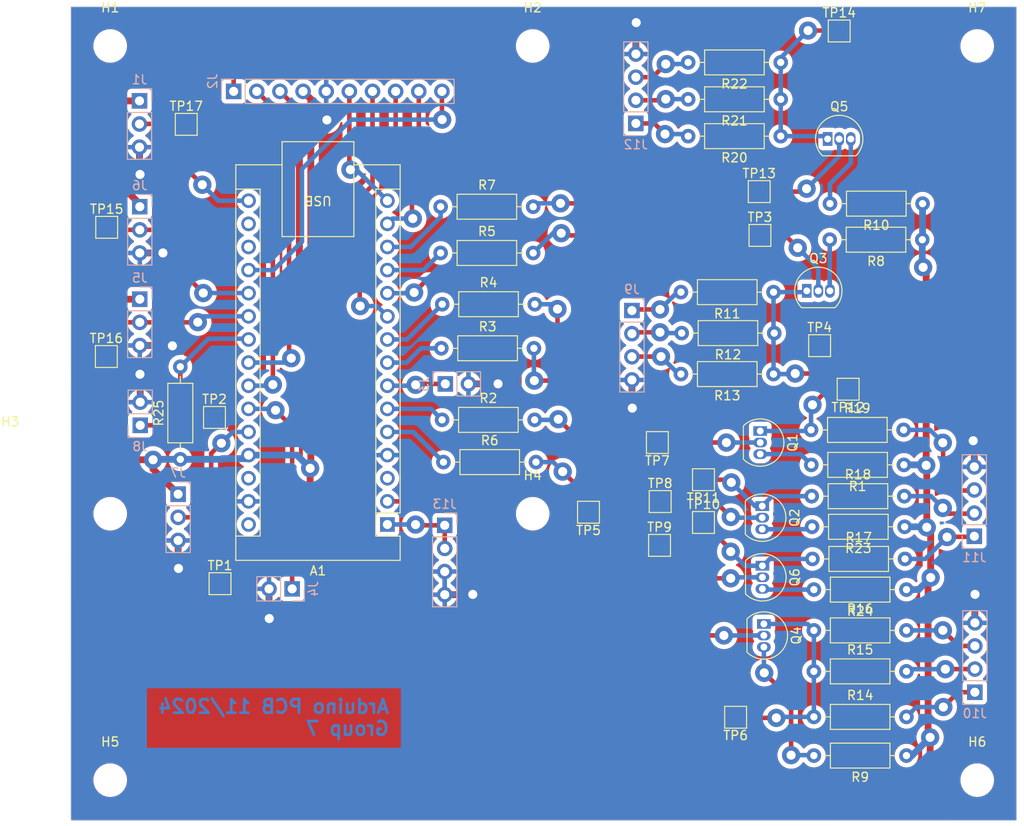
<source format=kicad_pcb>
(kicad_pcb (version 20240108) (generator "pcbnew") (generator_version "8.0")
  (layers (0 "F.Cu" signal) (31 "B.Cu" signal) (34 "B.Paste" user) (35 "F.Paste" user) (36 "B.SilkS" user "B.Silkscreen") (37 "F.SilkS" user "F.Silkscreen") (38 "B.Mask" user) (39 "F.Mask" user) (44 "Edge.Cuts" user))
  (net 0 "")
  (net 1 "Net-(A1-D4)")
  (net 2 "red led room 3")
  (net 3 "green led room 3")
  (net 4 "Net-(A1-A7)")
  (net 6 "Net-(A1-A2)")
  (net 7 "led room 2")
  (net 8 "led room 1")
  (net 10 "blue led room 3")
  (net 11 "+5V")
  (net 12 "control panel pot")
  (net 13 "lcd SCL")
  (net 14 "Net-(A1-A6)")
  (net 15 "Net-(A1-A3)")
  (net 16 "button sleep")
  (net 17 "Net-(A1-D13)")
  (net 18 "Net-(A1-D0)")
  (net 19 "button ok")
  (net 20 "Net-(A1-A1)")
  (net 21 "button up")
  (net 22 "GND")
  (net 24 "lcd SDA")
  (net 26 "button back")
  (net 27 "led door")
  (net 28 "button down")
  (net 29 "Net-(J9-Pin_1)")
  (net 30 "Net-(J9-Pin_3)")
  (net 31 "Net-(J9-Pin_2)")
  (net 32 "Net-(J10-Pin_2)")
  (net 33 "Net-(J10-Pin_1)")
  (net 34 "Net-(J10-Pin_3)")
  (net 35 "Net-(J11-Pin_1)")
  (net 36 "Net-(J11-Pin_2)")
  (net 37 "Net-(J11-Pin_3)")
  (net 38 "Net-(J12-Pin_1)")
  (net 39 "Net-(J12-Pin_3)")
  (net 40 "Net-(J12-Pin_2)")
  (net 41 "Net-(Q1-B)")
  (net 42 "Net-(Q1-C)")
  (net 43 "Net-(Q1-E)")
  (net 44 "Net-(Q2-B)")
  (net 45 "Net-(Q2-E)")
  (net 46 "Net-(Q2-C)")
  (net 47 "Net-(Q3-E)")
  (net 48 "Net-(Q3-C)")
  (net 49 "Net-(Q3-B)")
  (net 50 "Net-(Q4-C)")
  (net 51 "Net-(Q4-B)")
  (net 52 "Net-(Q4-E)")
  (net 53 "Net-(Q5-C)")
  (net 54 "Net-(Q5-B)")
  (net 55 "Net-(Q5-E)")
  (net 56 "Net-(Q6-C)")
  (net 57 "Net-(Q6-B)")
  (net 58 "Net-(Q6-E)")
  (footprint "TestPoint:TestPoint_Pad_2.0x2.0mm" (layer "F.Cu") (at 88.59 70.61 180)
    (property "Reference" "TP11")
    (property "Value" "TestPoint")
  )
  (footprint "TestPoint:TestPoint_Pad_2.0x2.0mm" (layer "F.Cu") (at 35.53 82.03)
    (property "Reference" "TP1")
    (property "Value" "TestPoint")
  )
  (footprint "Resistor_THT:R_Axial_DIN0207_L6.3mm_D2.5mm_P10.16mm_Horizontal" (layer "F.Cu") (at 100.71 91.66)
    (property "Reference" "R15")
    (property "Value" "450")
  )
  (footprint "MountingHole:MountingHole_3.2mm_M3" (layer "F.Cu") (at 23.473351 22.973351)
    (property "Reference" "H1")
    (property "Value" "MountingHole")
  )
  (footprint "Resistor_THT:R_Axial_DIN0207_L6.3mm_D2.5mm_P10.16mm_Horizontal" (layer "F.Cu") (at 100.4 65.14)
    (property "Reference" "R19")
    (property "Value" "220")
  )
  (footprint "Resistor_THT:R_Axial_DIN0207_L6.3mm_D2.5mm_P10.16mm_Horizontal" (layer "F.Cu") (at 112.61 44.25 180)
    (property "Reference" "R8")
    (property "Value" "80")
  )
  (footprint "Module:Arduino_Nano" (layer "F.Cu") (at 53.9 75.5275 180)
    (property "Reference" "A1")
    (property "Value" "Arduino_Nano_Every")
  )
  (footprint "Resistor_THT:R_Axial_DIN0207_L6.3mm_D2.5mm_P10.16mm_Horizontal" (layer "F.Cu") (at 59.74 45.7075)
    (property "Reference" "R5")
    (property "Value" "1k")
  )
  (footprint "TestPoint:TestPoint_Pad_2.0x2.0mm" (layer "F.Cu") (at 101.34 55.89)
    (property "Reference" "TP4")
    (property "Value" "TestPoint")
  )
  (footprint "Resistor_THT:R_Axial_DIN0207_L6.3mm_D2.5mm_P10.16mm_Horizontal" (layer "F.Cu") (at 112.64 40.29 180)
    (property "Reference" "R10")
    (property "Value" "80")
  )
  (footprint "Resistor_THT:R_Axial_DIN0207_L6.3mm_D2.5mm_P10.16mm_Horizontal" (layer "F.Cu") (at 100.71 96.66)
    (property "Reference" "R14")
    (property "Value" "650")
  )
  (footprint "Package_TO_SOT_THT:TO-92_Inline" (layer "F.Cu") (at 95.04 73.51 -90)
    (property "Reference" "Q2")
    (property "Value" "BC557")
  )
  (footprint "Resistor_THT:R_Axial_DIN0207_L6.3mm_D2.5mm_P10.16mm_Horizontal" (layer "F.Cu") (at 110.67 75.78 180)
    (property "Reference" "R23")
    (property "Value" "80")
  )
  (footprint "Resistor_THT:R_Axial_DIN0207_L6.3mm_D2.5mm_P10.16mm_Horizontal" (layer "F.Cu") (at 31.17 68.37 90)
    (property "Reference" "R25")
    (property "Value" "R")
  )
  (footprint "Package_TO_SOT_THT:TO-92_Inline" (layer "F.Cu") (at 102.22 33.19)
    (property "Reference" "Q5")
    (property "Value" "BC557")
  )
  (footprint "MountingHole:MountingHole_3.2mm_M3" (layer "F.Cu") (at 69.846649 74.346649)
    (property "Reference" "H4")
    (property "Value" "MountingHole")
  )
  (footprint "Package_TO_SOT_THT:TO-92_Inline" (layer "F.Cu") (at 99.93 49.87)
    (property "Reference" "Q3")
    (property "Value" "BC557")
  )
  (footprint "TestPoint:TestPoint_Pad_2.0x2.0mm" (layer "F.Cu") (at 34.92 63.77)
    (property "Reference" "TP2")
    (property "Value" "TestPoint")
  )
  (footprint "TestPoint:TestPoint_Pad_2.0x2.0mm" (layer "F.Cu") (at 94.79 43.78)
    (property "Reference" "TP3")
    (property "Value" "TestPoint")
  )
  (footprint "Resistor_THT:R_Axial_DIN0207_L6.3mm_D2.5mm_P10.16mm_Horizontal" (layer "F.Cu") (at 97.07 28.83 180)
    (property "Reference" "R21")
    (property "Value" "450")
  )
  (footprint "Resistor_THT:R_Axial_DIN0207_L6.3mm_D2.5mm_P10.16mm_Horizontal" (layer "F.Cu") (at 59.92 51.3375)
    (property "Reference" "R4")
    (property "Value" "82k")
  )
  (footprint "TestPoint:TestPoint_Pad_2.0x2.0mm" (layer "F.Cu") (at 83.53 66.53 180)
    (property "Reference" "TP7")
    (property "Value" "TestPoint")
  )
  (footprint "TestPoint:TestPoint_Pad_2.0x2.0mm" (layer "F.Cu") (at 31.82 31.58)
    (property "Reference" "TP17")
    (property "Value" "TestPoint")
  )
  (footprint "Resistor_THT:R_Axial_DIN0207_L6.3mm_D2.5mm_P10.16mm_Horizontal" (layer "F.Cu") (at 96.28 50.01 180)
    (property "Reference" "R11")
    (property "Value" "650")
  )
  (footprint "TestPoint:TestPoint_Pad_2.0x2.0mm" (layer "F.Cu") (at 23.05 57.08)
    (property "Reference" "TP16")
    (property "Value" "TestPoint")
  )
  (footprint "Resistor_THT:R_Axial_DIN0207_L6.3mm_D2.5mm_P10.16mm_Horizontal" (layer "F.Cu") (at 97.07 24.78 180)
    (property "Reference" "R22")
    (property "Value" "450")
  )
  (footprint "TestPoint:TestPoint_Pad_2.0x2.0mm" (layer "F.Cu") (at 75.97 74.18 180)
    (property "Reference" "TP5")
    (property "Value" "TestPoint")
  )
  (footprint "Resistor_THT:R_Axial_DIN0207_L6.3mm_D2.5mm_P10.16mm_Horizontal" (layer "F.Cu") (at 59.74 40.6275)
    (property "Reference" "R7")
    (property "Value" "1k")
  )
  (footprint "Resistor_THT:R_Axial_DIN0207_L6.3mm_D2.5mm_P10.16mm_Horizontal" (layer "F.Cu") (at 110.59 68.98 180)
    (property "Reference" "R1")
    (property "Value" "80")
  )
  (footprint "Package_TO_SOT_THT:TO-92_Inline" (layer "F.Cu") (at 94.82 65.26 -90)
    (property "Reference" "Q1")
    (property "Value" "BC557")
  )
  (footprint "MountingHole:MountingHole_3.2mm_M3" (layer "F.Cu") (at 118.636649 103.606649)
    (property "Reference" "H6")
    (property "Value" "MountingHole")
  )
  (footprint "Resistor_THT:R_Axial_DIN0207_L6.3mm_D2.5mm_P10.16mm_Horizontal" (layer "F.Cu") (at 59.9 64.0375)
    (property "Reference" "R2")
    (property "Value" "82k")
  )
  (footprint "Resistor_THT:R_Axial_DIN0207_L6.3mm_D2.5mm_P10.16mm_Horizontal" (layer "F.Cu") (at 100.47 72.42)
    (property "Reference" "R18")
    (property "Value" "220")
  )
  (footprint "Resistor_THT:R_Axial_DIN0207_L6.3mm_D2.5mm_P10.16mm_Horizontal" (layer "F.Cu") (at 97.07 32.88 180)
    (property "Reference" "R20")
    (property "Value" "650")
  )
  (footprint "Resistor_THT:R_Axial_DIN0207_L6.3mm_D2.5mm_P10.16mm_Horizontal" (layer "F.Cu") (at 60.05 68.6775)
    (property "Reference" "R6")
    (property "Value" "1k")
  )
  (footprint "TestPoint:TestPoint_Pad_2.0x2.0mm" (layer "F.Cu") (at 88.59 75.31)
    (property "Reference" "TP10")
    (property "Value" "TestPoint")
  )
  (footprint "Package_TO_SOT_THT:TO-92_Inline" (layer "F.Cu") (at 95.22 86.45 -90)
    (property "Reference" "Q4")
    (property "Value" "BC557")
  )
  (footprint "Resistor_THT:R_Axial_DIN0207_L6.3mm_D2.5mm_P10.16mm_Horizontal" (layer "F.Cu") (at 96.28 59.01 180)
    (property "Reference" "R13")
    (property "Value" "450")
  )
  (footprint "MountingHole:MountingHole_3.2mm_M3" (layer "F.Cu") (at 118.636649 22.973351)
    (property "Reference" "H7")
    (property "Value" "MountingHole")
  )
  (footprint "Resistor_THT:R_Axial_DIN0207_L6.3mm_D2.5mm_P10.16mm_Horizontal" (layer "F.Cu") (at 59.82 56.1775)
    (property "Reference" "R3")
    (property "Value" "82k")
  )
  (footprint "TestPoint:TestPoint_Pad_2.0x2.0mm" (layer "F.Cu") (at 92.12 96.7 180)
    (property "Reference" "TP6")
    (property "Value" "TestPoint")
  )
  (footprint "MountingHole:MountingHole_3.2mm_M3" (layer "F.Cu") (at 23.473351 74.346648)
    (property "Reference" "H3")
    (property "Value" "MountingHole")
  )
  (footprint "TestPoint:TestPoint_Pad_2.0x2.0mm" (layer "F.Cu") (at 83.84 73.01)
    (property "Reference" "TP8")
    (property "Value" "TestPoint")
  )
  (footprint "Package_TO_SOT_THT:TO-92_Inline" (layer "F.Cu") (at 95.06 80.06 -90)
    (property "Reference" "Q6")
    (property "Value" "BC557")
  )
  (footprint "MountingHole:MountingHole_3.2mm_M3" (layer "F.Cu") (at 69.846649 22.973351)
    (property "Reference" "H2")
    (property "Value" "MountingHole")
  )
  (footprint "MountingHole:MountingHole_3.2mm_M3" (layer "F.Cu") (at 23.473351 103.606649)
    (property "Reference" "H5")
    (property "Value" "MountingHole")
  )
  (footprint "TestPoint:TestPoint_Pad_2.0x2.0mm" (layer "F.Cu") (at 83.77 77.82)
    (property "Reference" "TP9")
    (property "Value" "TestPoint")
  )
  (footprint "TestPoint:TestPoint_Pad_2.0x2.0mm" (layer "F.Cu") (at 104.47 60.67 180)
    (property "Reference" "TP12")
    (property "Value" "TestPoint")
  )
  (footprint "Resistor_THT:R_Axial_DIN0207_L6.3mm_D2.5mm_P10.16mm_Horizontal" (layer "F.Cu") (at 110.87 100.91 180)
    (property "Reference" "R9")
    (property "Value" "80")
  )
  (footprint "TestPoint:TestPoint_Pad_2.0x2.0mm" (layer "F.Cu") (at 103.49 21.33)
    (property "Reference" "TP14")
    (property "Value" "TestPoint")
  )
  (footprint "TestPoint:TestPoint_Pad_2.0x2.0mm" (layer "F.Cu") (at 23.09 42.89)
    (property "Reference" "TP15")
    (property "Value" "TestPoint")
  )
  (footprint "TestPoint:TestPoint_Pad_2.0x2.0mm" (layer "F.Cu") (at 94.71 38.97)
    (property "Reference" "TP13")
    (property "Value" "TestPoint")
  )
  (footprint "Resistor_THT:R_Axial_DIN0207_L6.3mm_D2.5mm_P10.16mm_Horizontal" (layer "F.Cu") (at 100.55 79.31)
    (property "Reference" "R17")
    (property "Value" "330")
  )
  (footprint "Resistor_THT:R_Axial_DIN0207_L6.3mm_D2.5mm_P10.16mm_Horizontal" (layer "F.Cu") (at 96.36 54.51 180)
    (property "Reference" "R12")
    (property "Value" "450")
  )
  (footprint "Resistor_THT:R_Axial_DIN0207_L6.3mm_D2.5mm_P10.16mm_Horizontal" (layer "F.Cu") (at 110.87 82.68 180)
    (property "Reference" "R24")
    (property "Value" "80")
  )
  (footprint "Resistor_THT:R_Axial_DIN0207_L6.3mm_D2.5mm_P10.16mm_Horizontal" (layer "F.Cu") (at 100.71 87.16)
    (property "Reference" "R16")
    (property "Value" "450")
  )
  (footprint "Connector_PinHeader_2.54mm:PinHeader_1x04_P2.54mm_Vertical" (layer "B.Cu") (at 118.32 76.82)
    (property "Reference" "J11")
    (property "Value" "LED_Room_3")
  )
  (footprint "Connector_PinHeader_2.54mm:PinHeader_1x04_P2.54mm_Vertical" (layer "B.Cu") (at 60.19 75.6175 180)
    (property "Reference" "J13")
    (property "Value" "Buttons_Room_2")
  )
  (footprint "Connector_PinHeader_2.54mm:PinHeader_1x03_P2.54mm_Vertical" (layer "B.Cu") (at 30.93 72.2 180)
    (property "Reference" "J7")
    (property "Value" "Pot_Room_3.2")
  )
  (footprint "Connector_PinHeader_2.54mm:PinHeader_1x04_P2.54mm_Vertical" (layer "B.Cu") (at 118.38 93.95)
    (property "Reference" "J10")
    (property "Value" "LED_Room_2")
  )
  (footprint "Connector_PinHeader_2.54mm:PinHeader_1x04_P2.54mm_Vertical" (layer "B.Cu") (at 81.17 31.48)
    (property "Reference" "J12")
    (property "Value" "LED_DOOR")
  )
  (footprint "Connector_PinHeader_2.54mm:PinHeader_1x10_P2.54mm_Vertical" (layer "B.Cu") (at 37.025 27.96 -90)
    (property "Reference" "J2")
    (property "Value" "Control_Panel")
  )
  (footprint "Connector_PinHeader_2.54mm:PinHeader_1x02_P2.54mm_Vertical" (layer "B.Cu") (at 60.255 60.0875 -90)
    (property "Reference" "J3")
    (property "Value" "Buttons_Room_3")
  )
  (footprint "Connector_PinHeader_2.54mm:PinHeader_1x03_P2.54mm_Vertical" (layer "B.Cu") (at 26.72 50.7875 180)
    (property "Reference" "J5")
    (property "Value" "Pot_Room_3.1")
  )
  (footprint "Connector_PinHeader_2.54mm:PinHeader_1x02_P2.54mm_Vertical" (layer "B.Cu") (at 26.77 64.635)
    (property "Reference" "J8")
    (property "Value" "LDR_Door")
  )
  (footprint "Connector_PinHeader_2.54mm:PinHeader_1x02_P2.54mm_Vertical" (layer "B.Cu") (at 43.445 82.5975 90)
    (property "Reference" "J4")
    (property "Value" "Buttons_Room_1")
  )
  (footprint "Connector_PinHeader_2.54mm:PinHeader_1x03_P2.54mm_Vertical" (layer "B.Cu") (at 26.69 29.005 180)
    (property "Reference" "J1")
    (property "Value" "PIR_sensor")
  )
  (footprint "Connector_PinHeader_2.54mm:PinHeader_1x03_P2.54mm_Vertical" (layer "B.Cu") (at 26.72 40.6275 180)
    (property "Reference" "J6")
    (property "Value" "Pot_Room_1")
  )
  (footprint "Connector_PinHeader_2.54mm:PinHeader_1x04_P2.54mm_Vertical" (layer "B.Cu") (at 80.74 52.03 180)
    (property "Reference" "J9")
    (property "Value" "LED_Room_1")
  )
  (gr_rect (start 19.16 18.66) (end 122.95 108.03) (stroke (width 0.05)) (fill none) (layer "Edge.Cuts"))
  (gr_text "7" (at 82.7 64.34 0) (layer "F.Cu") (effects (font (size 1.5 1.5) (thickness 0.3) (bold yes)) (justify left bottom)))
  (gr_text "11" (at 86.99 69.06 0) (layer "F.Cu") (effects (font (size 1.5 1.5) (thickness 0.3) (bold yes)) (justify left bottom)))
  (gr_text "8" (at 82.94 71.07 0) (layer "F.Cu") (effects (font (size 1.5 1.5) (thickness 0.3) (bold yes)) (justify left bottom)))
  (gr_text "5V" (at 43.2 25.97 0) (layer "F.Cu") (effects (font (size 1.2 1.2) (thickness 0.3) (bold yes)) (justify left bottom)))
  (gr_text "10" (at 86.96 78.8 0) (layer "F.Cu") (effects (font (size 1.5 1.5) (thickness 0.3) (bold yes)) (justify left bottom)))
  (gr_text "3" (at 94.04 47.58 0) (layer "F.Cu") (effects (font (size 1.5 1.5) (thickness 0.3) (bold yes)) (justify left bottom)))
  (gr_text "14" (at 105.01 22.22 0) (layer "F.Cu") (effects (font (size 1.5 1.5) (thickness 0.3) (bold yes)) (justify left bottom)))
  (gr_text "15" (at 21.43 40.93 0) (layer "F.Cu") (effects (font (size 1.5 1.5) (thickness 0.3) (bold yes)) (justify left bottom)))
  (gr_text "5" (at 75.22 78.64 0) (layer "F.Cu") (effects (font (size 1.5 1.5) (thickness 0.3) (bold yes)) (justify left bottom)))
  (gr_text "4" (at 103.03 56.84 0) (layer "F.Cu") (effects (font (size 1.5 1.5) (thickness 0.3) (bold yes)) (justify left bottom)))
  (gr_text "17" (at 30.32 29.6 0) (layer "F.Cu") (effects (font (size 1.5 1.5) (thickness 0.3) (bold yes)) (justify left bottom)))
  (gr_text "Semester Project Smarthome" (at 28.35 104.87 0) (layer "F.Cu") (effects (font (size 1.5 1.5) (thickness 0.3) (bold yes)) (justify left bottom)))
  (gr_text "1" (at 32.06 83.26 0) (layer "F.Cu") (effects (font (size 1.5 1.5) (thickness 0.3) (bold yes)) (justify left bottom)))
  (gr_text "16" (at 21.34 60.77 0) (layer "F.Cu") (effects (font (size 1.5 1.5) (thickness 0.3) (bold yes)) (justify left bottom)))
  (gr_text "6" (at 91.16 100.78 0) (layer "F.Cu") (effects (font (size 1.5 1.5) (thickness 0.3) (bold yes)) (justify left bottom)))
  (gr_text "2" (at 34.11 61.74 0) (layer "F.Cu") (effects (font (size 1.5 1.5) (thickness 0.3) (bold yes)) (justify left bottom)))
  (gr_text "GND" (at 45.42 26.01 0) (layer "F.Cu") (effects (font (size 1.2 1.2) (thickness 0.3) (bold yes)) (justify left bottom)))
  (gr_text "9" (at 82.94 81.56 0) (layer "F.Cu") (effects (font (size 1.5 1.5) (thickness 0.3) (bold yes)) (justify left bottom)))
  (gr_text "12" (at 106.12 61.57 0) (layer "F.Cu") (effects (font (size 1.5 1.5) (thickness 0.3) (bold yes)) (justify left bottom)))
  (gr_text "13" (at 93.08 36.9 0) (layer "F.Cu") (effects (font (size 1.5 1.5) (thickness 0.3) (bold yes)) (justify left bottom)))
  (gr_text_box "Arduino PCB 11/2024\nGroup 7" (start 27.505 93.52) (end 55.375 100.05) (layer "B.Cu") (effects (font (size 1.5 1.5) (thickness 0.3) (bold yes)) (justify left top mirror)) (border no) (stroke (width 0.2)))
  (segment (start 57.1 60.0875) (end 57 60.1875) (width 0.5) (layer "F.Cu") (net 1))
  (segment (start 60.155 60.1875) (end 60.255 60.0875) (width 0.5) (layer "F.Cu") (net 1))
  (segment (start 60.255 60.0875) (end 57.1 60.0875) (width 0.5) (layer "F.Cu") (net 1))
  (via (at 57 60.1875) (size 2) (drill 1) (layers "F.Cu" "B.Cu") (net 1))
  (segment (start 56.9 60.2875) (end 57 60.1875) (width 0.5) (layer "B.Cu") (net 1))
  (segment (start 54.095 60.0925) (end 53.9 60.2875) (width 0.2) (layer "B.Cu") (net 1))
  (segment (start 53.9 60.2875) (end 56.9 60.2875) (width 0.5) (layer "B.Cu") (net 1))
  (segment (start 58.69 62.8275) (end 59.9 64.0375) (width 0.5) (layer "B.Cu") (net 2))
  (segment (start 53.9 62.8275) (end 58.69 62.8275) (width 0.5) (layer "B.Cu") (net 2))
  (segment (start 53.9 57.7475) (end 56.01 57.7475) (width 0.5) (layer "B.Cu") (net 3))
  (segment (start 57.58 56.1775) (end 59.82 56.1775) (width 0.5) (layer "B.Cu") (net 3))
  (segment (start 56.01 57.7475) (end 57.58 56.1775) (width 0.5) (layer "B.Cu") (net 3))
  (segment (start 32.62 74.74) (end 30.93 74.74) (width 0.5) (layer "F.Cu") (net 4))
  (segment (start 35.68 66.6) (end 34.56 67.72) (width 0.5) (layer "F.Cu") (net 4))
  (segment (start 34.56 67.72) (end 34.56 72.8) (width 0.5) (layer "F.Cu") (net 4))
  (segment (start 34.56 72.8) (end 33.655 73.705) (width 0.5) (layer "F.Cu") (net 4))
  (segment (start 33.655 73.705) (end 32.62 74.74) (width 0.5) (layer "F.Cu") (net 4))
  (segment (start 35.53 75.58) (end 33.655 73.705) (width 0.5) (layer "F.Cu") (net 4))
  (segment (start 35.53 82.03) (end 35.53 75.58) (width 0.5) (layer "F.Cu") (net 4))
  (via (at 35.68 66.6) (size 2) (drill 1) (layers "F.Cu" "B.Cu") (net 4))
  (segment (start 36.9125 65.3675) (end 35.68 66.6) (width 0.5) (layer "B.Cu") (net 4))
  (segment (start 38.66 65.3675) (end 36.9125 65.3675) (width 0.5) (layer "B.Cu") (net 4))
  (segment (start 23.05 57.08) (end 23.05 53.71) (width 0.5) (layer "F.Cu") (net 6))
  (segment (start 23.4325 53.3275) (end 26.72 53.3275) (width 0.5) (layer "F.Cu") (net 6))
  (segment (start 33.07 53.3275) (end 33.09 53.3075) (width 0.5) (layer "F.Cu") (net 6))
  (segment (start 23.05 53.71) (end 23.4325 53.3275) (width 0.5) (layer "F.Cu") (net 6))
  (segment (start 26.72 53.3275) (end 33.07 53.3275) (width 0.5) (layer "F.Cu") (net 6))
  (via (at 33.09 53.3075) (size 2) (drill 1) (layers "F.Cu" "B.Cu") (net 6))
  (segment (start 33.73 52.6675) (end 38.66 52.6675) (width 0.5) (layer "B.Cu") (net 6))
  (segment (start 33.09 53.3075) (end 33.73 52.6675) (width 0.5) (layer "B.Cu") (net 6))
  (segment (start 53.9 65.3675) (end 56.74 65.3675) (width 0.5) (layer "B.Cu") (net 7))
  (segment (start 56.74 65.3675) (end 60.05 68.6775) (width 0.5) (layer "B.Cu") (net 7))
  (segment (start 53.9 47.5875) (end 57.86 47.5875) (width 0.5) (layer "B.Cu") (net 8))
  (segment (start 57.86 47.5875) (end 59.74 45.7075) (width 0.5) (layer "B.Cu") (net 8))
  (segment (start 53.9 55.2075) (end 56.05 55.2075) (width 0.5) (layer "B.Cu") (net 10))
  (segment (start 56.05 55.2075) (end 59.92 51.3375) (width 0.5) (layer "B.Cu") (net 10))
  (segment (start 113.47 98.91) (end 113.245 98.685) (width 0.75) (layer "F.Cu") (net 11))
  (segment (start 113.04 47.62) (end 112.7 47.28) (width 0.75) (layer "F.Cu") (net 11))
  (segment (start 23.33 36.94) (end 22.33 36.94) (width 0.75) (layer "F.Cu") (net 11))
  (segment (start 24.53 29.005) (end 26.69 29.005) (width 0.75) (layer "F.Cu") (net 11))
  (segment (start 44.645 27.96) (end 45.495 28.81) (width 0.75) (layer "F.Cu") (net 11))
  (segment (start 28.18 68.42) (end 28.18 69.45) (width 0.75) (layer "F.Cu") (net 11))
  (segment (start 28.18 69.45) (end 30.93 72.2) (width 0.75) (layer "F.Cu") (net 11))
  (segment (start 113.53 76.27) (end 113.1 75.84) (width 0.75) (layer "F.Cu") (net 11))
  (segment (start 113.245 81.645) (end 113.53 81.36) (width 0.75) (layer "F.Cu") (net 11))
  (segment (start 26.72 40.33) (end 23.5375 37.1475) (width 0.75) (layer "F.Cu") (net 11))
  (segment (start 20.48 38.79) (end 20.48 50.78) (width 0.75) (layer "F.Cu") (net 11))
  (segment (start 20.4875 50.7875) (end 20.48 50.78) (width 0.75) (layer "F.Cu") (net 11))
  (segment (start 23.5375 37.1475) (end 23.33 36.94) (width 0.75) (layer "F.Cu") (net 11))
  (segment (start 20.48 50.78) (end 20.48 52.35) (width 0.75) (layer "F.Cu") (net 11))
  (segment (start 56.5275 86.8675) (end 62.0475 86.8675) (width 0.75) (layer "F.Cu") (net 11))
  (segment (start 26.72 50.7875) (end 20.4875 50.7875) (width 0.75) (layer "F.Cu") (net 11))
  (segment (start 22.52 65.82) (end 22.52 63.98) (width 0.75) (layer "F.Cu") (net 11))
  (segment (start 20.48 52.35) (end 20.48 61.94) (width 0.75) (layer "F.Cu") (net 11))
  (segment (start 45.42 69.3575) (end 45.42 75.76) (width 0.75) (layer "F.Cu") (net 11))
  (segment (start 22.52 63.98) (end 21.9225 63.3825) (width 0.75) (layer "F.Cu") (net 11))
  (segment (start 23.33 36.94) (end 23.33 30.205) (width 0.75) (layer "F.Cu") (net 11))
  (segment (start 113.04 69.03) (end 113.04 47.62) (width 0.75) (layer "F.Cu") (net 11))
  (segment (start 62.0475 86.8675) (end 80.07 104.89) (width 0.75) (layer "F.Cu") (net 11))
  (segment (start 26.72 40.6275) (end 26.72 40.33) (width 0.75) (layer "F.Cu") (net 11))
  (segment (start 113.1 69.09) (end 113.04 69.03) (width 0.75) (layer "F.Cu") (net 11))
  (segment (start 113.245 98.685) (end 113.245 81.645) (width 0.75) (layer "F.Cu") (net 11))
  (segment (start 20.48 61.94) (end 21.9225 63.3825) (width 0.75) (layer "F.Cu") (net 11))
  (segment (start 113.47 103.61) (end 113.47 98.91) (width 0.75) (layer "F.Cu") (net 11))
  (segment (start 80.07 104.89) (end 112.19 104.89) (width 0.75) (layer "F.Cu") (net 11))
  (segment (start 45.495 28.81) (end 45.495 69.2825) (width 0.75) (layer "F.Cu") (net 11))
  (segment (start 22.33 36.94) (end 20.48 38.79) (width 0.75) (layer "F.Cu") (net 11))
  (segment (start 113.53 81.36) (end 113.53 76.27) (width 0.75) (layer "F.Cu") (net 11))
  (segment (start 28.18 68.42) (end 25.12 68.42) (width 0.75) (layer "F.Cu") (net 11))
  (segment (start 113.1 75.84) (end 113.1 69.09) (width 0.75) (layer "F.Cu") (net 11))
  (segment (start 45.495 69.2825) (end 45.42 69.3575) (width 0.75) (layer "F.Cu") (net 11))
  (segment (start 25.12 68.42) (end 22.52 65.82) (width 0.75) (layer "F.Cu") (net 11))
  (segment (start 23.33 30.205) (end 24.53 29.005) (width 0.75) (layer "F.Cu") (net 11))
  (segment (start 45.42 75.76) (end 56.5275 86.8675) (width 0.75) (layer "F.Cu") (net 11))
  (segment (start 112.19 104.89) (end 113.47 103.61) (width 0.75) (layer "F.Cu") (net 11))
  (via (at 45.42 69.3575) (size 2) (drill 1) (layers "F.Cu" "B.Cu") (net 11))
  (via (at 113.04 69.03) (size 2) (drill 1) (layers "F.Cu" "B.Cu") (net 11))
  (via (at 113.53 81.36) (size 2) (drill 1) (layers "F.Cu" "B.Cu") (net 11))
  (via (at 28.18 68.42) (size 2) (drill 1) (layers "F.Cu" "B.Cu") (net 11))
  (via (at 112.7 47.28) (size 2) (drill 1) (layers "F.Cu" "B.Cu") (net 11))
  (via (at 113.1 75.84) (size 2) (drill 1) (layers "F.Cu" "B.Cu") (net 11))
  (via (at 113.47 98.91) (size 2) (drill 1) (layers "F.Cu" "B.Cu") (net 11))
  (segment (start 112.99 68.98) (end 113.04 69.03) (width 0.75) (layer "B.Cu") (net 11))
  (segment (start 112.61 47.19) (end 112.7 47.28) (width 0.75) (layer "B.Cu") (net 11))
  (segment (start 38.27 68.2975) (end 38.66 67.9075) (width 0.75) (layer "B.Cu") (net 11))
  (segment (start 31.17 68.37) (end 28.23 68.37) (width 0.75) (layer "B.Cu") (net 11))
  (segment (start 111.47 100.91) (end 113.47 98.91) (width 0.75) (layer "B.Cu") (net 11))
  (segment (start 112.64 44.22) (end 112.61 44.25) (width 0.75) (layer "B.Cu") (net 11))
  (segment (start 28.23 68.37) (end 28.18 68.42) (width 0.75) (layer "B.Cu") (net 11))
  (segment (start 110.59 68.98) (end 112.99 68.98) (width 0.75) (layer "B.Cu") (net 11))
  (segment (start 110.87 100.91) (end 111.47 100.91) (width 0.75) (layer "B.Cu") (net 11))
  (segment (start 110.87 82.68) (end 112.21 82.68) (width 0.75) (layer "B.Cu") (net 11))
  (segment (start 113.04 75.78) (end 113.1 75.84) (width 0.75) (layer "B.Cu") (net 11))
  (segment (start 35.7075 68.37) (end 35.78 68.2975) (width 0.75) (layer "B.Cu") (net 11))
  (segment (start 43.97 67.9075) (end 45.42 69.3575) (width 0.75) (layer "B.Cu") (net 11))
  (segment (start 112.64 40.29) (end 112.64 44.22) (width 0.75) (layer "B.Cu") (net 11))
  (segment (start 110.67 75.78) (end 113.04 75.78) (width 0.75) (layer "B.Cu") (net 11))
  (segment (start 38.66 67.9075) (end 43.97 67.9075) (width 0.75) (layer "B.Cu") (net 11))
  (segment (start 112.61 44.25) (end 112.61 47.19) (width 0.75) (layer "B.Cu") (net 11))
  (segment (start 112.21 82.68) (end 113.53 81.36) (width 0.75) (layer "B.Cu") (net 11))
  (segment (start 35.78 68.2975) (end 38.27 68.2975) (width 0.75) (layer "B.Cu") (net 11))
  (segment (start 31.17 68.37) (end 35.7075 68.37) (width 0.75) (layer "B.Cu") (net 11))
  (segment (start 59.885 27.96) (end 59.885 31.035) (width 0.5) (layer "F.Cu") (net 12))
  (segment (start 59.885 31.035) (end 59.91 31.06) (width 0.5) (layer "F.Cu") (net 12))
  (via (at 59.91 31.06) (size 2) (drill 1) (layers "F.Cu" "B.Cu") (net 12))
  (segment (start 44.52 36.48) (end 44.52 44.46) (width 0.5) (layer "B.Cu") (net 12))
  (segment (start 41.3075 47.5875) (end 38.66 47.5875) (width 0.5) (layer "B.Cu") (net 12))
  (segment (start 59.91 31.06) (end 49.94 31.06) (width 0.5) (layer "B.Cu") (net 12))
  (segment (start 44.52 44.46) (end 41.35 47.63) (width 0.5) (layer "B.Cu") (net 12))
  (segment (start 49.94 31.06) (end 44.52 36.48) (width 0.5) (layer "B.Cu") (net 12))
  (segment (start 41.35 47.63) (end 41.3075 47.5875) (width 0.5) (layer "B.Cu") (net 12))
  (segment (start 41.33 29.725) (end 41.33 60.1675) (width 0.5) (layer "F.Cu") (net 13))
  (segment (start 39.565 27.96) (end 41.33 29.725) (width 0.5) (layer "F.Cu") (net 13))
  (via (at 41.33 60.1675) (size 2) (drill 1) (layers "F.Cu" "B.Cu") (net 13))
  (segment (start 38.66 60.2875) (end 41.21 60.2875) (width 0.5) (layer "B.Cu") (net 13))
  (segment (start 41.21 60.2875) (end 41.33 60.1675) (width 0.5) (layer "B.Cu") (net 13))
  (segment (start 41.62 62.9775) (end 43.445 64.8025) (width 0.5) (layer "F.Cu") (net 14))
  (segment (start 43.445 64.8025) (end 43.445 82.5975) (width 0.5) (layer "F.Cu") (net 14))
  (via (at 41.62 62.9775) (size 2) (drill 1) (layers "F.Cu" "B.Cu") (net 14))
  (segment (start 41.47 62.8275) (end 41.62 62.9775) (width 0.5) (layer "B.Cu") (net 14))
  (segment (start 38.66 62.8275) (end 41.47 62.8275) (width 0.5) (layer "B.Cu") (net 14))
  (segment (start 31.17 64.28) (end 31.2 64.31) (width 0.5) (layer "F.Cu") (net 15))
  (segment (start 31.2 64.31) (end 31.2 64.465) (width 0.5) (layer "F.Cu") (net 15))
  (segment (start 26.77 64.635) (end 31.03 64.635) (width 0.5) (layer "F.Cu") (net 15))
  (segment (start 31.03 64.635) (end 34.055 64.635) (width 0.5) (layer "F.Cu") (net 15))
  (segment (start 34.055 64.635) (end 34.92 63.77) (width 0.5) (layer "F.Cu") (net 15))
  (segment (start 31.2 64.465) (end 31.03 64.635) (width 0.5) (layer "F.Cu") (net 15))
  (segment (start 31.17 58.21) (end 31.17 64.28) (width 0.5) (layer "F.Cu") (net 15))
  (segment (start 38.58 55.1275) (end 38.66 55.2075) (width 0.5) (layer "B.Cu") (net 15))
  (segment (start 34.2525 55.1275) (end 35.15 55.1275) (width 0.5) (layer "B.Cu") (net 15))
  (segment (start 35.15 55.1275) (end 38.58 55.1275) (width 0.5) (layer "B.Cu") (net 15))
  (segment (start 31.17 58.21) (end 34.2525 55.1275) (width 0.5) (layer "B.Cu") (net 15))
  (segment (start 62.36 72.9875) (end 53.9 72.9875) (width 0.5) (layer "F.Cu") (net 16))
  (segment (start 68.38 66.9675) (end 62.36 72.9875) (width 0.5) (layer "F.Cu") (net 16))
  (segment (start 40.3925 21.7075) (end 61.735 21.7075) (width 0.5) (layer "F.Cu") (net 16))
  (segment (start 37.025 25.075) (end 40.3925 21.7075) (width 0.5) (layer "F.Cu") (net 16))
  (segment (start 37.025 27.96) (end 37.025 25.075) (width 0.5) (layer "F.Cu") (net 16))
  (segment (start 61.735 21.7075) (end 68.38 28.3525) (width 0.5) (layer "F.Cu") (net 16))
  (segment (start 68.38 28.3525) (end 68.38 66.9675) (width 0.5) (layer "F.Cu") (net 16))
  (segment (start 32.19 30.8575) (end 32.19 31.53) (width 0.5) (layer "F.Cu") (net 17))
  (segment (start 32.19 31.53) (end 26.705 31.53) (width 0.5) (layer "F.Cu") (net 17))
  (segment (start 31.82 36.4075) (end 31.82 31.58) (width 0.5) (layer "F.Cu") (net 17))
  (segment (start 26.705 31.53) (end 26.69 31.545) (width 0.5) (layer "F.Cu") (net 17))
  (segment (start 33.585 38.2125) (end 31.8 36.4275) (width 0.5) (layer "F.Cu") (net 17))
  (segment (start 31.8 36.4275) (end 31.82 36.4075) (width 0.5) (layer "F.Cu") (net 17))
  (via (at 33.585 38.2125) (size 2) (drill 1) (layers "F.Cu" "B.Cu") (net 17))
  (segment (start 33.585 38.2125) (end 35.34 39.9675) (width 0.5) (layer "B.Cu") (net 17))
  (segment (start 35.34 39.9675) (end 38.66 39.9675) (width 0.5) (layer "B.Cu") (net 17))
  (segment (start 60.19 75.6175) (end 57.07 75.6175) (width 0.5) (layer "F.Cu") (net 18))
  (segment (start 57.07 75.6175) (end 56.99 75.5375) (width 0.5) (layer "F.Cu") (net 18))
  (segment (start 54 75.5275) (end 53.9 75.5275) (width 0.2) (layer "F.Cu") (net 18))
  (segment (start 60.19 75.6175) (end 60.19 78.1575) (width 0.5) (layer "F.Cu") (net 18))
  (via (at 56.99 75.5375) (size 2) (drill 1) (layers "F.Cu" "B.Cu") (net 18))
  (segment (start 56.98 75.5275) (end 56.99 75.5375) (width 0.5) (layer "B.Cu") (net 18))
  (segment (start 53.91 75.5375) (end 53.9 75.5275) (width 0.5) (layer "B.Cu") (net 18))
  (segment (start 53.9 75.5275) (end 56.98 75.5275) (width 0.5) (layer "B.Cu") (net 18))
  (segment (start 56.59 41.83) (end 56.59 34.91) (width 0.5) (layer "F.Cu") (net 19))
  (segment (start 56.69 41.93) (end 56.59 41.83) (width 0.5) (layer "F.Cu") (net 19))
  (segment (start 54.805 33.125) (end 54.805 27.96) (width 0.5) (layer "F.Cu") (net 19))
  (segment (start 56.59 34.91) (end 54.805 33.125) (width 0.5) (layer "F.Cu") (net 19))
  (via (at 56.69 41.93) (size 2) (drill 1) (layers "F.Cu" "B.Cu") (net 19))
  (segment (start 56.69 41.93) (end 54.4775 41.93) (width 0.5) (layer "B.Cu") (net 19))
  (segment (start 54.4775 41.93) (end 53.9 42.5075) (width 0.5) (layer "B.Cu") (net 19))
  (segment (start 23.3675 43.1675) (end 26.72 43.1675) (width 0.5) (layer "F.Cu") (net 20))
  (segment (start 31.52 47.9375) (end 33.69 50.1075) (width 0.5) (layer "F.Cu") (net 20))
  (segment (start 26.72 43.1675) (end 30.24 43.1675) (width 0.5) (layer "F.Cu") (net 20))
  (segment (start 30.42 43.1675) (end 31.52 44.2675) (width 0.5) (layer "F.Cu") (net 20))
  (segment (start 31.52 44.2675) (end 31.52 47.9375) (width 0.5) (layer "F.Cu") (net 20))
  (segment (start 23.09 42.89) (end 23.3675 43.1675) (width 0.5) (layer "F.Cu") (net 20))
  (segment (start 30.24 43.1675) (end 30.42 43.1675) (width 0.5) (layer "F.Cu") (net 20))
  (via (at 33.69 50.1075) (size 2) (drill 1) (layers "F.Cu" "B.Cu") (net 20))
  (segment (start 33.69 50.1075) (end 38.64 50.1075) (width 0.5) (layer "B.Cu") (net 20))
  (segment (start 38.64 50.1075) (end 38.66 50.1275) (width 0.5) (layer "B.Cu") (net 20))
  (segment (start 52.265 38.275) (end 50.86 39.68) (width 0.5) (layer "F.Cu") (net 21))
  (segment (start 50.86 51.49) (end 50.91 51.54) (width 0.5) (layer "F.Cu") (net 21))
  (segment (start 50.86 39.68) (end 50.86 51.49) (width 0.5) (layer "F.Cu") (net 21))
  (segment (start 52.265 27.96) (end 52.265 38.275) (width 0.5) (layer "F.Cu") (net 21))
  (via (at 50.91 51.54) (size 2) (drill 1) (layers "F.Cu" "B.Cu") (net 21))
  (segment (start 50.91 51.54) (end 52.7725 51.54) (width 0.5) (layer "B.Cu") (net 21))
  (segment (start 52.7725 51.54) (end 53.9 52.6675) (width 0.5) (layer "B.Cu") (net 21))
  (segment (start 118.32 69.2) (end 118.32 66.45) (width 0.75) (layer "F.Cu") (net 22))
  (segment (start 118.38 86.33) (end 118.38 83.22) (width 0.75) (layer "F.Cu") (net 22))
  (segment (start 26.77 62.095) (end 26.77 59.06) (width 0.75) (layer "F.Cu") (net 22))
  (segment (start 81.17 20.45) (end 81.21 20.41) (width 0.75) (layer "F.Cu") (net 22))
  (segment (start 60.19 80.6975) (end 60.19 83.2375) (width 0.5) (layer "F.Cu") (net 22))
  (segment (start 118.32 66.45) (end 118.2 66.33) (width 0.75) (layer "F.Cu") (net 22))
  (segment (start 40.905 85.8325) (end 40.93 85.8575) (width 0.75) (layer "F.Cu") (net 22))
  (segment (start 30.93 77.28) (end 30.93 80.32) (width 0.75) (layer "F.Cu") (net 22))
  (segment (start 63.24 83.2375) (end 63.27 83.2075) (width 0.75) (layer "F.Cu") (net 22))
  (segment (start 80.74 62.71) (end 80.78 62.75) (width 0.75) (layer "F.Cu") (net 22))
  (segment (start 30.26 55.8675) (end 30.3 55.9075) (width 0.75) (layer "F.Cu") (net 22))
  (segment (start 26.69 37.025) (end 26.75 37.085) (width 0.75) (layer "F.Cu") (net 22))
  (segment (start 80.74 59.65) (end 80.74 62.71) (width 0.75) (layer "F.Cu") (net 22))
  (segment (start 62.8 60.0825) (end 62.795 60.0875) (width 0.2) (layer "F.Cu") (net 22))
  (segment (start 118.38 83.22) (end 118.4 83.2) (width 0.75) (layer "F.Cu") (net 22))
  (segment (start 26.77 59.06) (end 26.74 59.03) (width 0.75) (layer "F.Cu") (net 22))
  (segment (start 26.72 45.7075) (end 29.26 45.7075) (width 0.75) (layer "F.Cu") (net 22))
  (segment (start 26.72 55.8675) (end 30.26 55.8675) (width 0.75) (layer "F.Cu") (net 22))
  (segment (start 26.69 34.085) (end 26.69 37.025) (width 0.75) (layer "F.Cu") (net 22))
  (segment (start 47.185 27.96) (end 47.185 31.025) (width 0.5) (layer "F.Cu") (net 22))
  (segment (start 62.795 60.0875) (end 66.04 60.0875) (width 0.75) (layer "F.Cu") (net 22))
  (segment (start 40.905 82.5975) (end 40.905 85.8325) (width 0.75) (layer "F.Cu") (net 22))
  (segment (start 66.04 60.0875) (end 66.045 60.0825) (width 0.75) (layer "F.Cu") (net 22))
  (segment (start 47.185 31.025) (end 47.26 31.1) (width 0.5) (layer "F.Cu") (net 22))
  (segment (start 60.19 83.2375) (end 63.24 83.2375) (width 0.75) (layer "F.Cu") (net 22))
  (segment (start 30.93 80.32) (end 30.97 80.36) (width 0.75) (layer "F.Cu") (net 22))
  (segment (start 81.17 23.86) (end 81.17 20.45) (width 0.75) (layer "F.Cu") (net 22))
  (via (at 30.97 80.36) (size 2) (drill 1) (layers "F.Cu" "B.Cu") (net 22))
  (via (at 40.93 85.8575) (size 2) (drill 1) (layers "F.Cu" "B.Cu") (net 22))
  (via (at 47.26 31.1) (size 2) (drill 1) (layers "F.Cu" "B.Cu") (net 22))
  (via (at 66.045 60.0825) (size 2) (drill 1) (layers "F.Cu" "B.Cu") (net 22))
  (via (at 30.3 55.9075) (size 2) (drill 1) (layers "F.Cu" "B.Cu") (net 22))
  (via (at 26.75 37.085) (size 2) (drill 1) (layers "F.Cu" "B.Cu") (net 22))
  (via (at 29.26 45.7075) (size 2) (drill 1) (layers "F.Cu" "B.Cu") (net 22))
  (via (at 26.74 59.03) (size 2) (drill 1) (layers "F.Cu" "B.Cu") (net 22))
  (via (at 63.27 83.2075) (size 2) (drill 1) (layers "F.Cu" "B.Cu") (net 22))
  (via (at 81.21 20.41) (size 2) (drill 1) (layers "F.Cu" "B.Cu") (net 22))
  (via (at 118.2 66.33) (size 2) (drill 1) (layers "F.Cu" "B.Cu") (net 22))
  (via (at 118.4 83.2) (size 2) (drill 1) (layers "F.Cu" "B.Cu") (net 22))
  (via (at 80.78 62.75) (size 2) (drill 1) (layers "F.Cu" "B.Cu") (net 22))
  (segment (start 43.11 57.0275) (end 43.35 57.2675) (width 0.5) (layer "F.Cu") (net 24))
  (segment (start 42.105 27.96) (end 43.11 28.965) (width 0.5) (layer "F.Cu") (net 24))
  (segment (start 43.11 28.965) (end 43.11 57.0275) (width 0.5) (layer "F.Cu") (net 24))
  (via (at 43.35 57.2675) (size 2) (drill 1) (layers "F.Cu" "B.Cu") (net 24))
  (segment (start 38.66 57.7475) (end 42.87 57.7475) (width 0.5) (layer "B.Cu") (net 24))
  (segment (start 42.87 57.7475) (end 43.35 57.2675) (width 0.5) (layer "B.Cu") (net 24))
  (segment (start 49.725 36.445) (end 49.84 36.56) (width 0.5) (layer "F.Cu") (net 26))
  (segment (start 49.725 27.96) (end 49.725 36.445) (width 0.5) (layer "F.Cu") (net 26))
  (via (at 49.84 36.56) (size 2) (drill 1) (layers "F.Cu" "B.Cu") (net 26))
  (segment (start 53.91 39.9575) (end 53.9 39.9675) (width 0.5) (layer "B.Cu") (net 26))
  (segment (start 49.84 36.56) (end 50.4925 36.56) (width 0.5) (layer "B.Cu") (net 26))
  (segment (start 50.4925 36.56) (end 53.9 39.9675) (width 0.5) (layer "B.Cu") (net 26))
  (segment (start 56.45137 45.0475) (end 59.74 41.75887) (width 0.5) (layer "B.Cu") (net 27))
  (segment (start 59.74 41.75887) (end 59.74 40.6275) (width 0.5) (layer "B.Cu") (net 27))
  (segment (start 53.9 45.0475) (end 56.45137 45.0475) (width 0.5) (layer "B.Cu") (net 27))
  (segment (start 58.2975 48.58) (end 56.83 50.0475) (width 0.5) (layer "F.Cu") (net 28))
  (segment (start 57.345 31.835) (end 63.04 37.53) (width 0.5) (layer "F.Cu") (net 28))
  (segment (start 62.42 48.58) (end 58.2975 48.58) (width 0.5) (layer "F.Cu") (net 28))
  (segment (start 63.04 37.53) (end 63.04 47.96) (width 0.5) (layer "F.Cu") (net 28))
  (segment (start 57.345 27.96) (end 57.345 31.835) (width 0.5) (layer "F.Cu") (net 28))
  (segment (start 63.04 47.96) (end 62.42 48.58) (width 0.5) (layer "F.Cu") (net 28))
  (via (at 56.83 50.0475) (size 2) (drill 1) (layers "F.Cu" "B.Cu") (net 28))
  (segment (start 53.9 50.1275) (end 56.75 50.1275) (width 0.5) (layer "B.Cu") (net 28))
  (segment (start 56.75 50.1275) (end 56.83 50.0475) (width 0.5) (layer "B.Cu") (net 28))
  (segment (start 80.74 52.03) (end 81.65 52.03) (width 0.2) (layer "F.Cu") (net 29))
  (segment (start 83.82 51.91) (end 80.86 51.91) (width 0.5) (layer "F.Cu") (net 29))
  (via (at 83.82 51.91) (size 2) (drill 1) (layers "F.Cu" "B.Cu") (net 29))
  (segment (start 86.12 50.01) (end 85.72 50.01) (width 0.5) (layer "B.Cu") (net 29))
  (segment (start 85.72 50.01) (end 83.82 51.91) (width 0.5) (layer "B.Cu") (net 29))
  (segment (start 83.93 57.09) (end 80.76 57.09) (width 0.5) (layer "F.Cu") (net 30))
  (via (at 83.93 57.09) (size 2) (drill 1) (layers "F.Cu" "B.Cu") (net 30))
  (segment (start 86.12 59.01) (end 85.85 59.01) (width 0.5) (layer "B.Cu") (net 30))
  (segment (start 85.85 59.01) (end 83.93 57.09) (width 0.5) (layer "B.Cu") (net 30))
  (segment (start 83.82 54.42) (end 80.89 54.42) (width 0.5) (layer "F.Cu") (net 31))
  (via (at 83.82 54.42) (size 2) (drill 1) (layers "F.Cu" "B.Cu") (net 31))
  (segment (start 86.2 54.51) (end 83.91 54.51) (width 0.5) (layer "B.Cu") (net 31))
  (segment (start 83.91 54.51) (end 83.82 54.42) (width 0.5) (layer "B.Cu") (net 31))
  (segment (start 115.15 91.41) (end 115.14 91.42) (width 0.5) (layer "F.Cu") (net 32))
  (segment (start 118.38 91.41) (end 115.15 91.41) (width 0.5) (layer "F.Cu") (net 32))
  (via (at 115.14 91.42) (size 2) (drill 1) (layers "F.Cu" "B.Cu") (net 32))
  (segment (start 118.14 91.65) (end 118.38 91.41) (width 0.2) (layer "B.Cu") (net 32))
  (segment (start 115.14 91.42) (end 111.11 91.42) (width 0.5) (layer "B.Cu") (net 32))
  (segment (start 111.11 91.42) (end 110.87 91.66) (width 0.5) (layer "B.Cu") (net 32))
  (segment (start 118.38 93.95) (end 116.55 93.95) (width 0.5) (layer "F.Cu") (net 33))
  (segment (start 116.55 93.95) (end 114.92 95.58) (width 0.5) (layer "F.Cu") (net 33))
  (via (at 114.92 95.58) (size 2) (drill 1) (layers "F.Cu" "B.Cu") (net 33))
  (segment (start 114.92 95.58) (end 111.95 95.58) (width 0.5) (layer "B.Cu") (net 33))
  (segment (start 111.95 95.58) (end 110.87 96.66) (width 0.5) (layer "B.Cu") (net 33))
  (segment (start 118.38 88.87) (end 116.59 88.87) (width 0.5) (layer "F.Cu") (net 34))
  (segment (start 116.59 88.87) (end 114.87 87.15) (width 0.5) (layer "F.Cu") (net 34))
  (via (at 114.87 87.15) (size 2) (drill 1) (layers "F.Cu" "B.Cu") (net 34))
  (segment (start 114.87 87.15) (end 114.86 87.16) (width 0.5) (layer "B.Cu") (net 34))
  (segment (start 114.86 87.16) (end 110.87 87.16) (width 0.5) (layer "B.Cu") (net 34))
  (segment (start 118.26 76.88) (end 118.32 76.82) (width 0.5) (layer "F.Cu") (net 35))
  (segment (start 115.33 76.91) (end 115.36 76.88) (width 0.5) (layer "F.Cu") (net 35))
  (segment (start 115.36 76.88) (end 118.26 76.88) (width 0.5) (layer "F.Cu") (net 35))
  (via (at 115.33 76.91) (size 2) (drill 1) (layers "F.Cu" "B.Cu") (net 35))
  (segment (start 110.71 79.31) (end 112.93 79.31) (width 0.5) (layer "B.Cu") (net 35))
  (segment (start 112.93 79.31) (end 115.33 76.91) (width 0.5) (layer "B.Cu") (net 35))
  (segment (start 114.86 73.71) (end 115.49 74.34) (width 0.5) (layer "F.Cu") (net 36))
  (segment (start 118.26 74.34) (end 118.32 74.28) (width 0.5) (layer "F.Cu") (net 36))
  (segment (start 115.49 74.34) (end 118.26 74.34) (width 0.5) (layer "F.Cu") (net 36))
  (via (at 114.86 73.71) (size 2) (drill 1) (layers "F.Cu" "B.Cu") (net 36))
  (segment (start 110.63 72.42) (end 113.57 72.42) (width 0.5) (layer "B.Cu") (net 36))
  (segment (start 113.57 72.42) (end 114.86 73.71) (width 0.5) (layer "B.Cu") (net 36))
  (segment (start 114.9 66.59) (end 114.9 70.32) (width 0.5) (layer "F.Cu") (net 37))
  (segment (start 114.86 66.55) (end 114.9 66.59) (width 0.5) (layer "F.Cu") (net 37))
  (segment (start 114.9 70.32) (end 116.38 71.8) (width 0.5) (layer "F.Cu") (net 37))
  (segment (start 116.38 71.8) (end 118.26 71.8) (width 0.5) (layer "F.Cu") (net 37))
  (segment (start 118.26 71.8) (end 118.32 71.74) (width 0.5) (layer "F.Cu") (net 37))
  (via (at 114.86 66.55) (size 2) (drill 1) (layers "F.Cu" "B.Cu") (net 37))
  (segment (start 110.56 65.14) (end 113.45 65.14) (width 0.5) (layer "B.Cu") (net 37))
  (segment (start 113.45 65.14) (end 114.86 66.55) (width 0.5) (layer "B.Cu") (net 37))
  (segment (start 83.2 31.48) (end 84.37 32.65) (width 0.5) (layer "F.Cu") (net 38))
  (segment (start 81.17 31.48) (end 83.2 31.48) (width 0.5) (layer "F.Cu") (net 38))
  (via (at 84.37 32.65) (size 2) (drill 1) (layers "F.Cu" "B.Cu") (net 38))
  (segment (start 86.68 32.65) (end 86.91 32.88) (width 0.5) (layer "B.Cu") (net 38))
  (segment (start 84.37 32.65) (end 86.68 32.65) (width 0.5) (layer "B.Cu") (net 38))
  (segment (start 81.17 26.4) (end 83.01 26.4) (width 0.5) (layer "F.Cu") (net 39))
  (segment (start 83.01 26.4) (end 84.45 24.96) (width 0.5) (layer "F.Cu") (net 39))
  (via (at 84.45 24.96) (size 2) (drill 1) (layers "F.Cu" "B.Cu") (net 39))
  (segment (start 84.45 24.96) (end 86.73 24.96) (width 0.5) (layer "B.Cu") (net 39))
  (segment (start 86.73 24.96) (end 86.91 24.78) (width 0.5) (layer "B.Cu") (net 39))
  (segment (start 84.32 28.94) (end 84.45 28.81) (width 0.5) (layer "F.Cu") (net 40))
  (segment (start 81.17 28.94) (end 84.32 28.94) (width 0.5) (layer "F.Cu") (net 40))
  (via (at 84.45 28.81) (size 2) (drill 1) (layers "F.Cu" "B.Cu") (net 40))
  (segment (start 86.89 28.81) (end 86.91 28.83) (width 0.5) (layer "B.Cu") (net 40))
  (segment (start 84.45 28.81) (end 86.89 28.81) (width 0.5) (layer "B.Cu") (net 40))
  (segment (start 86.67 28.59) (end 86.91 28.83) (width 0.2) (layer "B.Cu") (net 40))
  (segment (start 72.57 57.68) (end 72.57 51.8675) (width 0.5) (layer "F.Cu") (net 41))
  (segment (start 81.42 66.53) (end 72.57 57.68) (width 0.5) (layer "F.Cu") (net 41))
  (segment (start 83.53 66.53) (end 81.42 66.53) (width 0.5) (layer "F.Cu") (net 41))
  (segment (start 83.53 66.53) (end 91.11 66.53) (width 0.5) (layer "F.Cu") (net 41))
  (via (at 91.11 66.53) (size 2) (drill 1) (layers "F.Cu" "B.Cu") (net 41))
  (via (at 72.57 51.8675) (size 2) (drill 1) (layers "F.Cu" "B.Cu") (net 41))
  (segment (start 94.82 66.53) (end 91.11 66.53) (width 0.5) (layer "B.Cu") (net 41))
  (segment (start 70.08 51.3375) (end 72.04 51.3375) (width 0.5) (layer "B.Cu") (net 41))
  (segment (start 72.04 51.3375) (end 72.57 51.8675) (width 0.5) (layer "B.Cu") (net 41))
  (segment (start 102.27 60.67) (end 100.56 62.38) (width 0.5) (layer "F.Cu") (net 42))
  (segment (start 104.47 60.67) (end 102.27 60.67) (width 0.5) (layer "F.Cu") (net 42))
  (via (at 100.56 62.38) (size 2) (drill 1) (layers "F.Cu" "B.Cu") (net 42))
  (segment (start 94.94 65.14) (end 94.82 65.26) (width 0.25) (layer "B.Cu") (net 42))
  (segment (start 100.4 62.54) (end 100.56 62.38) (width 0.5) (layer "B.Cu") (net 42))
  (segment (start 100.4 65.14) (end 100.4 62.54) (width 0.5) (layer "B.Cu") (net 42))
  (segment (start 94.82 65.26) (end 100.28 65.26) (width 0.5) (layer "B.Cu") (net 42))
  (segment (start 100.28 65.26) (end 100.4 65.14) (width 0.5) (layer "B.Cu") (net 42))
  (segment (start 94.82 67.8) (end 99.25 67.8) (width 0.5) (layer "B.Cu") (net 43))
  (segment (start 99.25 67.8) (end 100.43 68.98) (width 0.5) (layer "B.Cu") (net 43))
  (segment (start 80.87 71.64) (end 82.24 73.01) (width 0.5) (layer "F.Cu") (net 44))
  (segment (start 80.87 68.75) (end 80.87 71.64) (width 0.5) (layer "F.Cu") (net 44))
  (segment (start 82.24 73.01) (end 83.84 73.01) (width 0.5) (layer "F.Cu") (net 44))
  (segment (start 70.02 59.7275) (end 71.8475 59.7275) (width 0.5) (layer "F.Cu") (net 44))
  (segment (start 71.8475 59.7275) (end 80.87 68.75) (width 0.5) (layer "F.Cu") (net 44))
  (segment (start 91.7 74.7) (end 91.87 74.53) (width 0.25) (layer "F.Cu") (net 44))
  (segment (start 89.9 73.01) (end 83.84 73.01) (width 0.5) (layer "F.Cu") (net 44))
  (segment (start 91.59 74.7) (end 91.7 74.7) (width 0.25) (layer "F.Cu") (net 44))
  (segment (start 91.59 74.7) (end 89.9 73.01) (width 0.5) (layer "F.Cu") (net 44))
  (via (at 70.02 59.7275) (size 2) (drill 1) (layers "F.Cu" "B.Cu") (net 44))
  (via (at 91.59 74.7) (size 2) (drill 1) (layers "F.Cu" "B.Cu") (net 44))
  (segment (start 69.98 56.1775) (end 69.98 59.6875) (width 0.5) (layer "B.Cu") (net 44))
  (segment (start 91.67 74.78) (end 91.59 74.7) (width 0.5) (layer "B.Cu") (net 44))
  (segment (start 69.98 59.6875) (end 70.02 59.7275) (width 0.5) (layer "B.Cu") (net 44))
  (segment (start 95.04 74.78) (end 91.67 74.78) (width 0.5) (layer "B.Cu") (net 44))
  (segment (start 100.51 75.78) (end 100.24 76.05) (width 0.5) (layer "B.Cu") (net 45))
  (segment (start 100.24 76.05) (end 95.04 76.05) (width 0.5) (layer "B.Cu") (net 45))
  (segment (start 88.59 70.61) (end 91.35 70.61) (width 0.5) (layer "F.Cu") (net 46))
  (segment (start 91.65 70.91) (end 91.35 70.61) (width 0.5) (layer "F.Cu") (net 46))
  (via (at 91.65 70.91) (size 2) (drill 1) (layers "F.Cu" "B.Cu") (net 46))
  (segment (start 94.25 73.51) (end 91.65 70.91) (width 0.5) (layer "B.Cu") (net 46))
  (segment (start 100.47 72.42) (end 96.13 72.42) (width 0.5) (layer "B.Cu") (net 46))
  (segment (start 96.13 72.42) (end 95.04 73.51) (width 0.5) (layer "B.Cu") (net 46))
  (segment (start 95.04 73.51) (end 94.25 73.51) (width 0.5) (layer "B.Cu") (net 46))
  (segment (start 102.45 44.25) (end 102.45 49.85) (width 0.5) (layer "B.Cu") (net 47))
  (segment (start 102.45 49.85) (end 102.47 49.87) (width 0.5) (layer "B.Cu") (net 47))
  (segment (start 101.34 58.2) (end 101.34 55.89) (width 0.5) (layer "F.Cu") (net 48))
  (segment (start 100.59 58.95) (end 101.34 58.2) (width 0.5) (layer "F.Cu") (net 48))
  (segment (start 98.66 58.95) (end 100.59 58.95) (width 0.5) (layer "F.Cu") (net 48))
  (via (at 98.66 58.95) (size 2) (drill 1) (layers "F.Cu" "B.Cu") (net 48))
  (segment (start 96.28 59.01) (end 96.28 54.59) (width 0.5) (layer "B.Cu") (net 48))
  (segment (start 96.28 50.01) (end 99.79 50.01) (width 0.5) (layer "B.Cu") (net 48))
  (segment (start 96.42 49.87) (end 96.28 50.01) (width 0.2) (layer "B.Cu") (net 48))
  (segment (start 99.79 50.01) (end 99.93 49.87) (width 0.5) (layer "B.Cu") (net 48))
  (segment (start 98.6 59.01) (end 98.66 58.95) (width 0.5) (layer "B.Cu") (net 48))
  (segment (start 96.28 59.01) (end 98.6 59.01) (width 0.5) (layer "B.Cu") (net 48))
  (segment (start 96.28 54.43) (end 96.36 54.51) (width 0.5) (layer "B.Cu") (net 48))
  (segment (start 96.28 50.01) (end 96.28 54.43) (width 0.5) (layer "B.Cu") (net 48))
  (segment (start 96.28 54.59) (end 96.36 54.51) (width 0.5) (layer "B.Cu") (net 48))
  (segment (start 94.79 43.78) (end 73.2225 43.78) (width 0.5) (layer "F.Cu") (net 49))
  (segment (start 94.79 43.78) (end 97.58 43.78) (width 0.5) (layer "F.Cu") (net 49))
  (segment (start 73.2225 43.78) (end 72.98 43.5375) (width 0.5) (layer "F.Cu") (net 49))
  (segment (start 97.58 43.78) (end 98.94 45.14) (width 0.5) (layer "F.Cu") (net 49))
  (via (at 72.98 43.5375) (size 2) (drill 1) (layers "F.Cu" "B.Cu") (net 49))
  (via (at 98.94 45.14) (size 2) (drill 1) (layers "F.Cu" "B.Cu") (net 49))
  (segment (start 101.2 47.4) (end 101.2 49.87) (width 0.5) (layer "B.Cu") (net 49))
  (segment (start 72.98 43.5375) (end 72.07 43.5375) (width 0.5) (layer "B.Cu") (net 49))
  (segment (start 72.07 43.5375) (end 69.9 45.7075) (width 0.5) (layer "B.Cu") (net 49))
  (segment (start 98.94 45.14) (end 101.2 47.4) (width 0.5) (layer "B.Cu") (net 49))
  (segment (start 92.19 96.77) (end 92.12 96.7) (width 0.5) (layer "F.Cu") (net 50))
  (segment (start 96.59 96.77) (end 92.19 96.77) (width 0.5) (layer "F.Cu") (net 50))
  (via (at 96.59 96.77) (size 2) (drill 1) (layers "F.Cu" "B.Cu") (net 50))
  (segment (start 100 86.45) (end 100.71 87.16) (width 0.5) (layer "B.Cu") (net 50))
  (segment (start 100.5 96.87) (end 100.71 96.66) (width 0.2) (layer "B.Cu") (net 50))
  (segment (start 100.71 96.66) (end 100.71 91.66) (width 0.5) (layer "B.Cu") (net 50))
  (segment (start 96.59 96.77) (end 96.7 96.66) (width 0.5) (layer "B.Cu") (net 50))
  (segment (start 95.22 86.45) (end 100 86.45) (width 0.5) (layer "B.Cu") (net 50))
  (segment (start 96.7 96.66) (end 100.71 96.66) (width 0.5) (layer "B.Cu") (net 50))
  (segment (start 100.71 87.16) (end 100.71 91.66) (width 0.5) (layer "B.Cu") (net 50))
  (segment (start 90.830409 87.716599) (end 86.646599 87.716599) (width 0.5) (layer "F.Cu") (net 51))
  (segment (start 79.39 80.46) (end 79.39 77.6) (width 0.5) (layer "F.Cu") (net 51))
  (segment (start 75.97 72.5475) (end 75.97 74.18) (width 0.5) (layer "F.Cu") (net 51))
  (segment (start 86.646599 87.716599) (end 79.39 80.46) (width 0.5) (layer "F.Cu") (net 51))
  (segment (start 73.14 69.7175) (end 75.97 72.5475) (width 0.5) (layer "F.Cu") (net 51))
  (segment (start 79.39 77.6) (end 75.97 74.18) (width 0.5) (layer "F.Cu") (net 51))
  (via (at 73.14 69.7175) (size 2) (drill 1) (layers "F.Cu" "B.Cu") (net 51))
  (via (at 90.830409 87.716599) (size 2) (drill 1) (layers "F.Cu" "B.Cu") (net 51))
  (segment (start 70.21 68.6775) (end 72.1 68.6775) (width 0.5) (layer "B.Cu") (net 51))
  (segment (start 72.1 68.6775) (end 73.14 69.7175) (width 0.5) (layer "B.Cu") (net 51))
  (segment (start 70.23 68.6975) (end 70.21 68.6775) (width 0.25) (layer "B.Cu") (net 51))
  (segment (start 95.22 87.72) (end 90.83381 87.72) (width 0.5) (layer "B.Cu") (net 51))
  (segment (start 90.83381 87.72) (end 90.830409 87.716599) (width 0.5) (layer "B.Cu") (net 51))
  (segment (start 98.21 94.77) (end 98.21 100.86) (width 0.5) (layer "F.Cu") (net 52))
  (segment (start 95.26 91.82) (end 98.21 94.77) (width 0.5) (layer "F.Cu") (net 52))
  (via (at 98.21 100.86) (size 2) (drill 1) (layers "F.Cu" "B.Cu") (net 52))
  (via (at 95.26 91.82) (size 2) (drill 1) (layers "F.Cu" "B.Cu") (net 52))
  (segment (start 100.66 100.86) (end 100.71 100.91) (width 0.5) (layer "B.Cu") (net 52))
  (segment (start 95.22 91.78) (end 95.26 91.82) (width 0.5) (layer "B.Cu") (net 52))
  (segment (start 95.22 88.99) (end 95.22 91.78) (width 0.5) (layer "B.Cu") (net 52))
  (segment (start 98.21 100.86) (end 100.66 100.86) (width 0.5) (layer "B.Cu") (net 52))
  (segment (start 100.07 21.28) (end 103.44 21.28) (width 0.5) (layer "F.Cu") (net 53))
  (segment (start 103.44 21.28) (end 103.49 21.33) (width 0.5) (layer "F.Cu") (net 53))
  (via (at 100.07 21.28) (size 2) (drill 1) (layers "F.Cu" "B.Cu") (net 53))
  (segment (start 97.07 24.28) (end 100.07 21.28) (width 0.5) (layer "B.Cu") (net 53))
  (segment (start 97.07 24.78) (end 97.07 28.83) (width 0.5) (layer "B.Cu") (net 53))
  (segment (start 97.07 24.78) (end 97.07 24.28) (width 0.5) (layer "B.Cu") (net 53))
  (segment (start 97.07 28.83) (end 97.07 32.88) (width 0.5) (layer "B.Cu") (net 53))
  (segment (start 97.07 32.88) (end 101.91 32.88) (width 0.5) (layer "B.Cu") (net 53))
  (segment (start 101.91 32.88) (end 102.22 33.19) (width 0.5) (layer "B.Cu") (net 53))
  (segment (start 99.91 38.65) (end 99.59 38.97) (width 0.5) (layer "F.Cu") (net 54))
  (segment (start 99.59 38.97) (end 94.71 38.97) (width 0.5) (layer "F.Cu") (net 54))
  (segment (start 84.14 38.97) (end 82.8525 40.2575) (width 0.5) (layer "F.Cu") (net 54))
  (segment (start 94.71 38.97) (end 84.14 38.97) (width 0.5) (layer "F.Cu") (net 54))
  (segment (start 82.8525 40.2575) (end 72.9 40.2575) (width 0.5) (layer "F.Cu") (net 54))
  (via (at 99.91 38.65) (size 2) (drill 1) (layers "F.Cu" "B.Cu") (net 54))
  (via (at 72.9 40.2575) (size 2) (drill 1) (layers "F.Cu" "B.Cu") (net 54))
  (segment (start 103.49 35.07) (end 99.91 38.65) (width 0.5) (layer "B.Cu") (net 54))
  (segment (start 103.49 33.19) (end 103.49 35.07) (width 0.5) (layer "B.Cu") (net 54))
  (segment (start 72.9 40.2575) (end 70.27 40.2575) (width 0.5) (layer "B.Cu") (net 54))
  (segment (start 70.27 40.2575) (end 69.9 40.6275) (width 0.5) (layer "B.Cu") (net 54))
  (segment (start 102.48 38.54) (end 102.48 40.29) (width 0.5) (layer "B.Cu") (net 55))
  (segment (start 104.76 33.19) (end 104.76 35.83) (width 0.5) (layer "B.Cu") (net 55))
  (segment (start 102.46 38.13) (end 102.46 38.52) (width 0.5) (layer "B.Cu") (net 55))
  (segment (start 104.76 35.83) (end 102.46 38.13) (width 0.5) (layer "B.Cu") (net 55))
  (segment (start 102.46 38.52) (end 102.48 38.54) (width 0.5) (layer "B.Cu") (net 55))
  (segment (start 91.58 78.3) (end 88.59 75.31) (width 0.5) (layer "F.Cu") (net 56))
  (segment (start 91.58 78.51) (end 91.58 78.3) (width 0.5) (layer "F.Cu") (net 56))
  (via (at 91.58 78.51) (size 2) (drill 1) (layers "F.Cu" "B.Cu") (net 56))
  (segment (start 100.55 79.31) (end 95.885 79.31) (width 0.5) (layer "B.Cu") (net 56))
  (segment (start 93.13 80.06) (end 91.58 78.51) (width 0.5) (layer "B.Cu") (net 56))
  (segment (start 95.06 80.06) (end 93.13 80.06) (width 0.5) (layer "B.Cu") (net 56))
  (segment (start 95.885 79.31) (end 94.89 80.305) (width 0.5) (layer "B.Cu") (net 56))
  (segment (start 79.18 73.23) (end 79.18 70.4875) (width 0.5) (layer "F.Cu") (net 57))
  (segment (start 83.77 77.82) (end 79.18 73.23) (width 0.5) (layer "F.Cu") (net 57))
  (segment (start 89.09 81.44) (end 85.47 77.82) (width 0.5) (layer "F.Cu") (net 57))
  (segment (start 79.18 70.4875) (end 72.66 63.9675) (width 0.5) (layer "F.Cu") (net 57))
  (segment (start 85.47 77.82) (end 83.77 77.82) (width 0.5) (layer "F.Cu") (net 57))
  (segment (start 91.58 81.44) (end 89.09 81.44) (width 0.5) (layer "F.Cu") (net 57))
  (via (at 91.58 81.44) (size 2) (drill 1) (layers "F.Cu" "B.Cu") (net 57))
  (via (at 72.66 63.9675) (size 2) (drill 1) (layers "F.Cu" "B.Cu") (net 57))
  (segment (start 70.06 64.0375) (end 72.59 64.0375) (width 0.5) (layer "B.Cu") (net 57))
  (segment (start 72.59 64.0375) (end 72.66 63.9675) (width 0.5) (layer "B.Cu") (net 57))
  (segment (start 91.69 81.33) (end 91.58 81.44) (width 0.5) (layer "B.Cu") (net 57))
  (segment (start 95.06 81.33) (end 91.69 81.33) (width 0.5) (layer "B.Cu") (net 57))
  (segment (start 100.71 82.68) (end 95.14 82.68) (width 0.5) (layer "B.Cu") (net 58))
  (segment (start 100.63 82.6) (end 100.71 82.68) (width 0.75) (layer "B.Cu") (net 58))
  (segment (start 95.14 82.68) (end 95.06 82.6) (width 0.5) (layer "B.Cu") (net 58))
  (zone (net 0) (net_name "") (layer "F.Cu") (connect_pads (clearance 0.5)) (min_thickness 0.25) (fill yes (thermal_gap 0.5) (thermal_bridge_width 0.5) (island_removal_mode 1) (island_area_min 10))
    (polygon (pts (xy 122.98 18.66) (xy 122.98 108.02) (xy 19.16 108.05) (xy 19.18 18.64) (xy 19.19 18.66) (xy 19.16 18.65)))
  )
  (zone (net 22) (net_name "GND") (layer "B.Cu") (connect_pads (clearance 0.5)) (min_thickness 0.25) (fill yes (thermal_gap 0.5) (thermal_bridge_width 0.5) (island_removal_mode 1) (island_area_min 10))
    (polygon (pts (xy 122.98 18.66) (xy 122.98 108.02) (xy 19.16 108.05) (xy 19.18 18.64) (xy 19.19 18.66) (xy 19.16 18.65)))
  )
)
</source>
